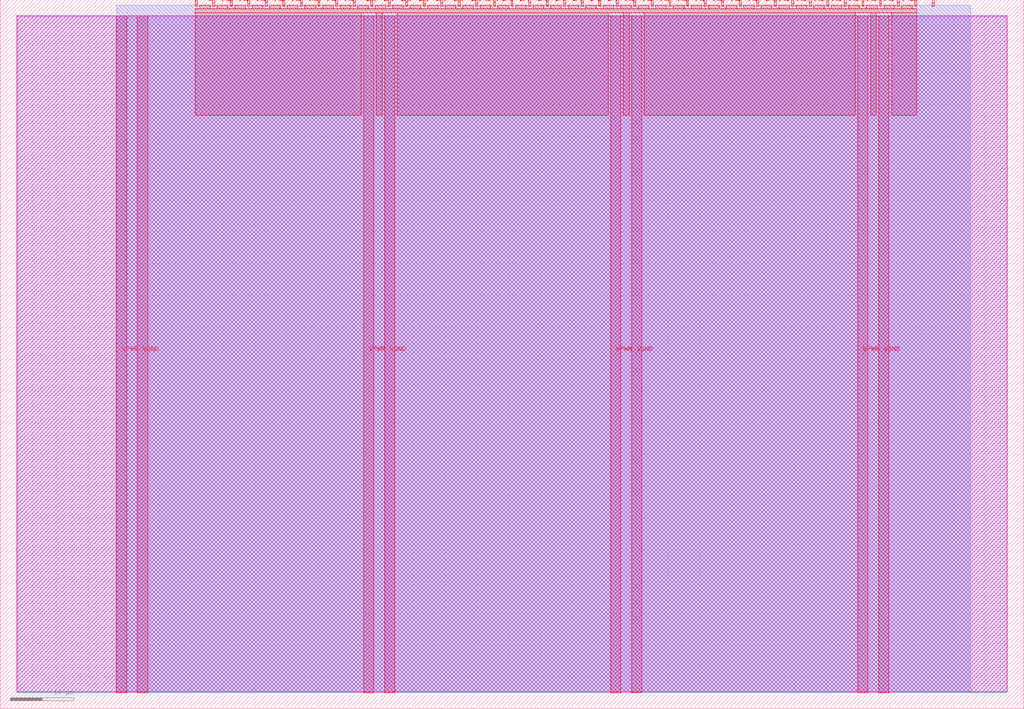
<source format=lef>
VERSION 5.7 ;
  NOWIREEXTENSIONATPIN ON ;
  DIVIDERCHAR "/" ;
  BUSBITCHARS "[]" ;
MACRO tt_um_lif_sfiguerr
  CLASS BLOCK ;
  FOREIGN tt_um_lif_sfiguerr ;
  ORIGIN 0.000 0.000 ;
  SIZE 161.000 BY 111.520 ;
  PIN VGND
    DIRECTION INOUT ;
    USE GROUND ;
    PORT
      LAYER met4 ;
        RECT 21.580 2.480 23.180 109.040 ;
    END
    PORT
      LAYER met4 ;
        RECT 60.450 2.480 62.050 109.040 ;
    END
    PORT
      LAYER met4 ;
        RECT 99.320 2.480 100.920 109.040 ;
    END
    PORT
      LAYER met4 ;
        RECT 138.190 2.480 139.790 109.040 ;
    END
  END VGND
  PIN VPWR
    DIRECTION INOUT ;
    USE POWER ;
    PORT
      LAYER met4 ;
        RECT 18.280 2.480 19.880 109.040 ;
    END
    PORT
      LAYER met4 ;
        RECT 57.150 2.480 58.750 109.040 ;
    END
    PORT
      LAYER met4 ;
        RECT 96.020 2.480 97.620 109.040 ;
    END
    PORT
      LAYER met4 ;
        RECT 134.890 2.480 136.490 109.040 ;
    END
  END VPWR
  PIN clk
    DIRECTION INPUT ;
    USE SIGNAL ;
    ANTENNAGATEAREA 0.852000 ;
    PORT
      LAYER met4 ;
        RECT 143.830 110.520 144.130 111.520 ;
    END
  END clk
  PIN ena
    DIRECTION INPUT ;
    USE SIGNAL ;
    PORT
      LAYER met4 ;
        RECT 146.590 110.520 146.890 111.520 ;
    END
  END ena
  PIN rst_n
    DIRECTION INPUT ;
    USE SIGNAL ;
    ANTENNAGATEAREA 0.196500 ;
    PORT
      LAYER met4 ;
        RECT 141.070 110.520 141.370 111.520 ;
    END
  END rst_n
  PIN ui_in[0]
    DIRECTION INPUT ;
    USE SIGNAL ;
    ANTENNAGATEAREA 0.196500 ;
    PORT
      LAYER met4 ;
        RECT 138.310 110.520 138.610 111.520 ;
    END
  END ui_in[0]
  PIN ui_in[1]
    DIRECTION INPUT ;
    USE SIGNAL ;
    ANTENNAGATEAREA 0.196500 ;
    PORT
      LAYER met4 ;
        RECT 135.550 110.520 135.850 111.520 ;
    END
  END ui_in[1]
  PIN ui_in[2]
    DIRECTION INPUT ;
    USE SIGNAL ;
    ANTENNAGATEAREA 0.196500 ;
    PORT
      LAYER met4 ;
        RECT 132.790 110.520 133.090 111.520 ;
    END
  END ui_in[2]
  PIN ui_in[3]
    DIRECTION INPUT ;
    USE SIGNAL ;
    ANTENNAGATEAREA 0.196500 ;
    PORT
      LAYER met4 ;
        RECT 130.030 110.520 130.330 111.520 ;
    END
  END ui_in[3]
  PIN ui_in[4]
    DIRECTION INPUT ;
    USE SIGNAL ;
    ANTENNAGATEAREA 0.196500 ;
    PORT
      LAYER met4 ;
        RECT 127.270 110.520 127.570 111.520 ;
    END
  END ui_in[4]
  PIN ui_in[5]
    DIRECTION INPUT ;
    USE SIGNAL ;
    ANTENNAGATEAREA 0.196500 ;
    PORT
      LAYER met4 ;
        RECT 124.510 110.520 124.810 111.520 ;
    END
  END ui_in[5]
  PIN ui_in[6]
    DIRECTION INPUT ;
    USE SIGNAL ;
    ANTENNAGATEAREA 0.196500 ;
    PORT
      LAYER met4 ;
        RECT 121.750 110.520 122.050 111.520 ;
    END
  END ui_in[6]
  PIN ui_in[7]
    DIRECTION INPUT ;
    USE SIGNAL ;
    ANTENNAGATEAREA 0.196500 ;
    PORT
      LAYER met4 ;
        RECT 118.990 110.520 119.290 111.520 ;
    END
  END ui_in[7]
  PIN uio_in[0]
    DIRECTION INPUT ;
    USE SIGNAL ;
    PORT
      LAYER met4 ;
        RECT 116.230 110.520 116.530 111.520 ;
    END
  END uio_in[0]
  PIN uio_in[1]
    DIRECTION INPUT ;
    USE SIGNAL ;
    PORT
      LAYER met4 ;
        RECT 113.470 110.520 113.770 111.520 ;
    END
  END uio_in[1]
  PIN uio_in[2]
    DIRECTION INPUT ;
    USE SIGNAL ;
    PORT
      LAYER met4 ;
        RECT 110.710 110.520 111.010 111.520 ;
    END
  END uio_in[2]
  PIN uio_in[3]
    DIRECTION INPUT ;
    USE SIGNAL ;
    PORT
      LAYER met4 ;
        RECT 107.950 110.520 108.250 111.520 ;
    END
  END uio_in[3]
  PIN uio_in[4]
    DIRECTION INPUT ;
    USE SIGNAL ;
    PORT
      LAYER met4 ;
        RECT 105.190 110.520 105.490 111.520 ;
    END
  END uio_in[4]
  PIN uio_in[5]
    DIRECTION INPUT ;
    USE SIGNAL ;
    PORT
      LAYER met4 ;
        RECT 102.430 110.520 102.730 111.520 ;
    END
  END uio_in[5]
  PIN uio_in[6]
    DIRECTION INPUT ;
    USE SIGNAL ;
    PORT
      LAYER met4 ;
        RECT 99.670 110.520 99.970 111.520 ;
    END
  END uio_in[6]
  PIN uio_in[7]
    DIRECTION INPUT ;
    USE SIGNAL ;
    PORT
      LAYER met4 ;
        RECT 96.910 110.520 97.210 111.520 ;
    END
  END uio_in[7]
  PIN uio_oe[0]
    DIRECTION OUTPUT ;
    USE SIGNAL ;
    PORT
      LAYER met4 ;
        RECT 49.990 110.520 50.290 111.520 ;
    END
  END uio_oe[0]
  PIN uio_oe[1]
    DIRECTION OUTPUT ;
    USE SIGNAL ;
    PORT
      LAYER met4 ;
        RECT 47.230 110.520 47.530 111.520 ;
    END
  END uio_oe[1]
  PIN uio_oe[2]
    DIRECTION OUTPUT ;
    USE SIGNAL ;
    PORT
      LAYER met4 ;
        RECT 44.470 110.520 44.770 111.520 ;
    END
  END uio_oe[2]
  PIN uio_oe[3]
    DIRECTION OUTPUT ;
    USE SIGNAL ;
    PORT
      LAYER met4 ;
        RECT 41.710 110.520 42.010 111.520 ;
    END
  END uio_oe[3]
  PIN uio_oe[4]
    DIRECTION OUTPUT ;
    USE SIGNAL ;
    PORT
      LAYER met4 ;
        RECT 38.950 110.520 39.250 111.520 ;
    END
  END uio_oe[4]
  PIN uio_oe[5]
    DIRECTION OUTPUT ;
    USE SIGNAL ;
    PORT
      LAYER met4 ;
        RECT 36.190 110.520 36.490 111.520 ;
    END
  END uio_oe[5]
  PIN uio_oe[6]
    DIRECTION OUTPUT ;
    USE SIGNAL ;
    PORT
      LAYER met4 ;
        RECT 33.430 110.520 33.730 111.520 ;
    END
  END uio_oe[6]
  PIN uio_oe[7]
    DIRECTION OUTPUT ;
    USE SIGNAL ;
    PORT
      LAYER met4 ;
        RECT 30.670 110.520 30.970 111.520 ;
    END
  END uio_oe[7]
  PIN uio_out[0]
    DIRECTION OUTPUT ;
    USE SIGNAL ;
    PORT
      LAYER met4 ;
        RECT 72.070 110.520 72.370 111.520 ;
    END
  END uio_out[0]
  PIN uio_out[1]
    DIRECTION OUTPUT ;
    USE SIGNAL ;
    PORT
      LAYER met4 ;
        RECT 69.310 110.520 69.610 111.520 ;
    END
  END uio_out[1]
  PIN uio_out[2]
    DIRECTION OUTPUT ;
    USE SIGNAL ;
    PORT
      LAYER met4 ;
        RECT 66.550 110.520 66.850 111.520 ;
    END
  END uio_out[2]
  PIN uio_out[3]
    DIRECTION OUTPUT ;
    USE SIGNAL ;
    PORT
      LAYER met4 ;
        RECT 63.790 110.520 64.090 111.520 ;
    END
  END uio_out[3]
  PIN uio_out[4]
    DIRECTION OUTPUT ;
    USE SIGNAL ;
    PORT
      LAYER met4 ;
        RECT 61.030 110.520 61.330 111.520 ;
    END
  END uio_out[4]
  PIN uio_out[5]
    DIRECTION OUTPUT ;
    USE SIGNAL ;
    PORT
      LAYER met4 ;
        RECT 58.270 110.520 58.570 111.520 ;
    END
  END uio_out[5]
  PIN uio_out[6]
    DIRECTION OUTPUT ;
    USE SIGNAL ;
    PORT
      LAYER met4 ;
        RECT 55.510 110.520 55.810 111.520 ;
    END
  END uio_out[6]
  PIN uio_out[7]
    DIRECTION OUTPUT ;
    USE SIGNAL ;
    ANTENNADIFFAREA 0.795200 ;
    PORT
      LAYER met4 ;
        RECT 52.750 110.520 53.050 111.520 ;
    END
  END uio_out[7]
  PIN uo_out[0]
    DIRECTION OUTPUT ;
    USE SIGNAL ;
    ANTENNADIFFAREA 0.891000 ;
    PORT
      LAYER met4 ;
        RECT 94.150 110.520 94.450 111.520 ;
    END
  END uo_out[0]
  PIN uo_out[1]
    DIRECTION OUTPUT ;
    USE SIGNAL ;
    ANTENNADIFFAREA 0.891000 ;
    PORT
      LAYER met4 ;
        RECT 91.390 110.520 91.690 111.520 ;
    END
  END uo_out[1]
  PIN uo_out[2]
    DIRECTION OUTPUT ;
    USE SIGNAL ;
    ANTENNADIFFAREA 0.445500 ;
    PORT
      LAYER met4 ;
        RECT 88.630 110.520 88.930 111.520 ;
    END
  END uo_out[2]
  PIN uo_out[3]
    DIRECTION OUTPUT ;
    USE SIGNAL ;
    ANTENNAGATEAREA 0.247500 ;
    ANTENNADIFFAREA 0.445500 ;
    PORT
      LAYER met4 ;
        RECT 85.870 110.520 86.170 111.520 ;
    END
  END uo_out[3]
  PIN uo_out[4]
    DIRECTION OUTPUT ;
    USE SIGNAL ;
    ANTENNAGATEAREA 0.247500 ;
    ANTENNADIFFAREA 0.445500 ;
    PORT
      LAYER met4 ;
        RECT 83.110 110.520 83.410 111.520 ;
    END
  END uo_out[4]
  PIN uo_out[5]
    DIRECTION OUTPUT ;
    USE SIGNAL ;
    ANTENNAGATEAREA 0.247500 ;
    ANTENNADIFFAREA 0.445500 ;
    PORT
      LAYER met4 ;
        RECT 80.350 110.520 80.650 111.520 ;
    END
  END uo_out[5]
  PIN uo_out[6]
    DIRECTION OUTPUT ;
    USE SIGNAL ;
    ANTENNAGATEAREA 0.247500 ;
    ANTENNADIFFAREA 0.445500 ;
    PORT
      LAYER met4 ;
        RECT 77.590 110.520 77.890 111.520 ;
    END
  END uo_out[6]
  PIN uo_out[7]
    DIRECTION OUTPUT ;
    USE SIGNAL ;
    ANTENNAGATEAREA 0.247500 ;
    ANTENNADIFFAREA 0.445500 ;
    PORT
      LAYER met4 ;
        RECT 74.830 110.520 75.130 111.520 ;
    END
  END uo_out[7]
  OBS
      LAYER nwell ;
        RECT 2.570 2.635 158.430 108.990 ;
      LAYER li1 ;
        RECT 2.760 2.635 158.240 108.885 ;
      LAYER met1 ;
        RECT 2.760 2.480 158.240 109.040 ;
      LAYER met2 ;
        RECT 18.310 2.535 152.630 110.685 ;
      LAYER met3 ;
        RECT 18.290 2.555 152.655 110.665 ;
      LAYER met4 ;
        RECT 31.370 110.120 33.030 110.665 ;
        RECT 34.130 110.120 35.790 110.665 ;
        RECT 36.890 110.120 38.550 110.665 ;
        RECT 39.650 110.120 41.310 110.665 ;
        RECT 42.410 110.120 44.070 110.665 ;
        RECT 45.170 110.120 46.830 110.665 ;
        RECT 47.930 110.120 49.590 110.665 ;
        RECT 50.690 110.120 52.350 110.665 ;
        RECT 53.450 110.120 55.110 110.665 ;
        RECT 56.210 110.120 57.870 110.665 ;
        RECT 58.970 110.120 60.630 110.665 ;
        RECT 61.730 110.120 63.390 110.665 ;
        RECT 64.490 110.120 66.150 110.665 ;
        RECT 67.250 110.120 68.910 110.665 ;
        RECT 70.010 110.120 71.670 110.665 ;
        RECT 72.770 110.120 74.430 110.665 ;
        RECT 75.530 110.120 77.190 110.665 ;
        RECT 78.290 110.120 79.950 110.665 ;
        RECT 81.050 110.120 82.710 110.665 ;
        RECT 83.810 110.120 85.470 110.665 ;
        RECT 86.570 110.120 88.230 110.665 ;
        RECT 89.330 110.120 90.990 110.665 ;
        RECT 92.090 110.120 93.750 110.665 ;
        RECT 94.850 110.120 96.510 110.665 ;
        RECT 97.610 110.120 99.270 110.665 ;
        RECT 100.370 110.120 102.030 110.665 ;
        RECT 103.130 110.120 104.790 110.665 ;
        RECT 105.890 110.120 107.550 110.665 ;
        RECT 108.650 110.120 110.310 110.665 ;
        RECT 111.410 110.120 113.070 110.665 ;
        RECT 114.170 110.120 115.830 110.665 ;
        RECT 116.930 110.120 118.590 110.665 ;
        RECT 119.690 110.120 121.350 110.665 ;
        RECT 122.450 110.120 124.110 110.665 ;
        RECT 125.210 110.120 126.870 110.665 ;
        RECT 127.970 110.120 129.630 110.665 ;
        RECT 130.730 110.120 132.390 110.665 ;
        RECT 133.490 110.120 135.150 110.665 ;
        RECT 136.250 110.120 137.910 110.665 ;
        RECT 139.010 110.120 140.670 110.665 ;
        RECT 141.770 110.120 143.430 110.665 ;
        RECT 30.655 109.440 144.145 110.120 ;
        RECT 30.655 93.335 56.750 109.440 ;
        RECT 59.150 93.335 60.050 109.440 ;
        RECT 62.450 93.335 95.620 109.440 ;
        RECT 98.020 93.335 98.920 109.440 ;
        RECT 101.320 93.335 134.490 109.440 ;
        RECT 136.890 93.335 137.790 109.440 ;
        RECT 140.190 93.335 144.145 109.440 ;
  END
END tt_um_lif_sfiguerr
END LIBRARY


</source>
